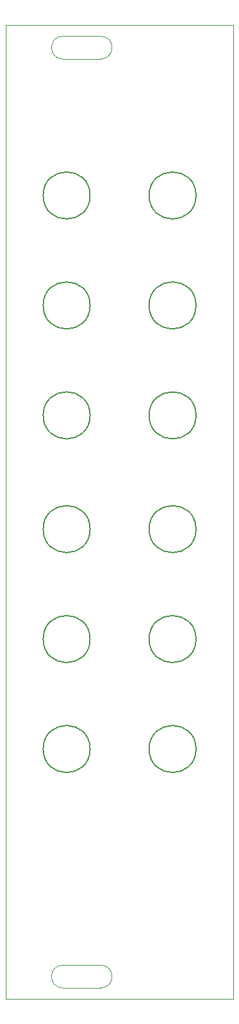
<source format=gm1>
%TF.GenerationSoftware,KiCad,Pcbnew,(6.0.1)*%
%TF.CreationDate,2022-10-28T18:55:37-04:00*%
%TF.ProjectId,ER-PROTO-02-PANEL,45522d50-524f-4544-9f2d-30322d50414e,1*%
%TF.SameCoordinates,Original*%
%TF.FileFunction,Profile,NP*%
%FSLAX46Y46*%
G04 Gerber Fmt 4.6, Leading zero omitted, Abs format (unit mm)*
G04 Created by KiCad (PCBNEW (6.0.1)) date 2022-10-28 18:55:37*
%MOMM*%
%LPD*%
G01*
G04 APERTURE LIST*
%TA.AperFunction,Profile*%
%ADD10C,0.100000*%
%TD*%
%TA.AperFunction,Profile*%
%ADD11C,0.150000*%
%TD*%
G04 APERTURE END LIST*
D10*
X65000000Y-4500000D02*
X70000000Y-4500000D01*
X65000000Y-1500000D02*
X70000000Y-1500000D01*
X70000000Y-127000000D02*
G75*
G03*
X70000000Y-124000000I0J1500000D01*
G01*
X65000000Y-124000000D02*
G75*
G03*
X65000000Y-127000000I0J-1500000D01*
G01*
X65000000Y-124000000D02*
X70000000Y-124000000D01*
X65000000Y-127000000D02*
X70000000Y-127000000D01*
X57500000Y0D02*
X87500000Y0D01*
X87500000Y0D02*
X87500000Y-128500000D01*
X87500000Y-128500000D02*
X57500000Y-128500000D01*
X57500000Y-128500000D02*
X57500000Y0D01*
D11*
X68600000Y-37000000D02*
G75*
G03*
X68600000Y-37000000I-3100000J0D01*
G01*
X68600000Y-66500000D02*
G75*
G03*
X68600000Y-66500000I-3100000J0D01*
G01*
X82600000Y-81000000D02*
G75*
G03*
X82600000Y-81000000I-3100000J0D01*
G01*
D10*
X65000000Y-1500000D02*
G75*
G03*
X65000000Y-4500000I0J-1500000D01*
G01*
D11*
X68600000Y-81000000D02*
G75*
G03*
X68600000Y-81000000I-3100000J0D01*
G01*
X82599988Y-22500000D02*
G75*
G03*
X82599988Y-22500000I-3100000J0D01*
G01*
X68600000Y-95500000D02*
G75*
G03*
X68600000Y-95500000I-3100000J0D01*
G01*
D10*
X70000000Y-4500000D02*
G75*
G03*
X70000000Y-1500000I0J1500000D01*
G01*
D11*
X68600000Y-51500000D02*
G75*
G03*
X68600000Y-51500000I-3100000J0D01*
G01*
X82600000Y-37000000D02*
G75*
G03*
X82600000Y-37000000I-3100000J0D01*
G01*
X82600000Y-66500000D02*
G75*
G03*
X82600000Y-66500000I-3100000J0D01*
G01*
X68600000Y-22500000D02*
G75*
G03*
X68600000Y-22500000I-3100000J0D01*
G01*
X82600000Y-51500000D02*
G75*
G03*
X82600000Y-51500000I-3100000J0D01*
G01*
X82600000Y-95500000D02*
G75*
G03*
X82600000Y-95500000I-3100000J0D01*
G01*
M02*

</source>
